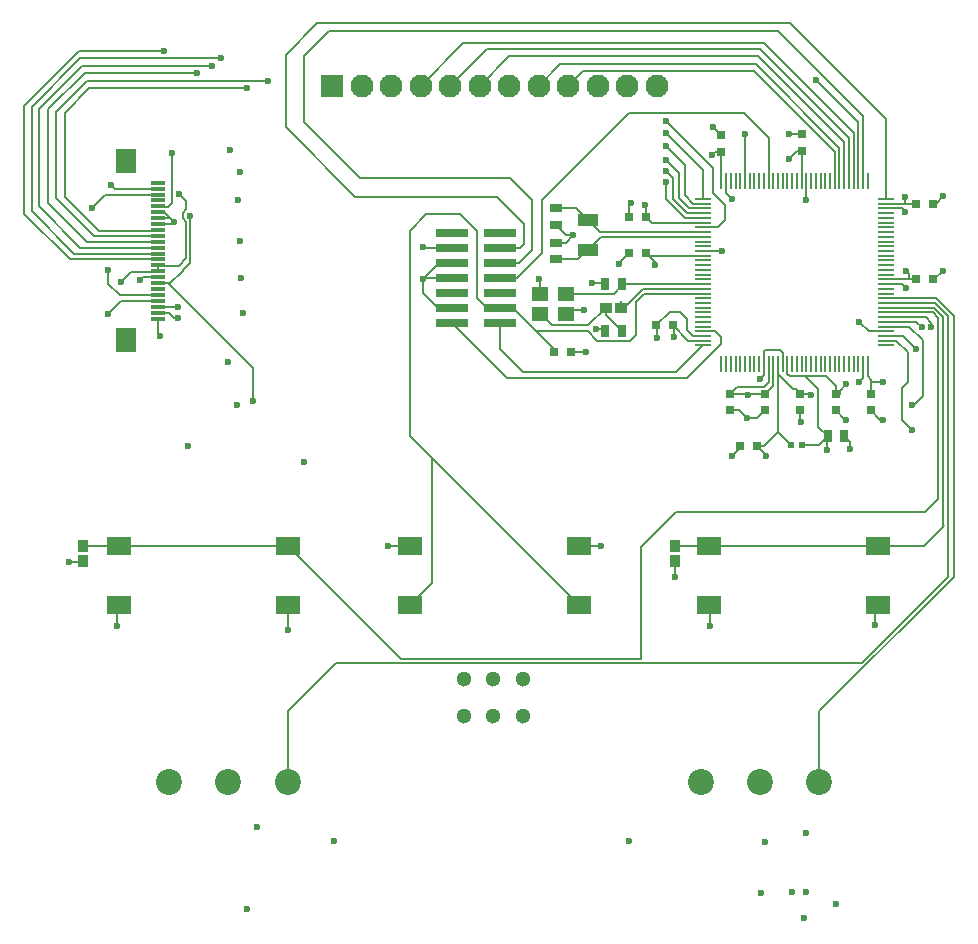
<source format=gbr>
%TF.GenerationSoftware,KiCad,Pcbnew,9.0.6*%
%TF.CreationDate,2025-12-08T21:47:25-05:00*%
%TF.ProjectId,electrical,656c6563-7472-4696-9361-6c2e6b696361,rev?*%
%TF.SameCoordinates,Original*%
%TF.FileFunction,Copper,L1,Top*%
%TF.FilePolarity,Positive*%
%FSLAX46Y46*%
G04 Gerber Fmt 4.6, Leading zero omitted, Abs format (unit mm)*
G04 Created by KiCad (PCBNEW 9.0.6) date 2025-12-08 21:47:25*
%MOMM*%
%LPD*%
G01*
G04 APERTURE LIST*
%TA.AperFunction,SMDPad,CuDef*%
%ADD10R,1.400000X1.200000*%
%TD*%
%TA.AperFunction,ComponentPad*%
%ADD11C,2.200000*%
%TD*%
%TA.AperFunction,SMDPad,CuDef*%
%ADD12R,0.700000X0.700000*%
%TD*%
%TA.AperFunction,SMDPad,CuDef*%
%ADD13R,2.000000X1.500000*%
%TD*%
%TA.AperFunction,SMDPad,CuDef*%
%ADD14R,0.780000X0.990000*%
%TD*%
%TA.AperFunction,SMDPad,CuDef*%
%ADD15R,1.300000X0.300000*%
%TD*%
%TA.AperFunction,SMDPad,CuDef*%
%ADD16R,1.800000X2.000000*%
%TD*%
%TA.AperFunction,SMDPad,CuDef*%
%ADD17R,1.100000X0.950000*%
%TD*%
%TA.AperFunction,SMDPad,CuDef*%
%ADD18R,1.475000X0.200000*%
%TD*%
%TA.AperFunction,SMDPad,CuDef*%
%ADD19R,0.200000X1.475000*%
%TD*%
%TA.AperFunction,SMDPad,CuDef*%
%ADD20R,0.950000X1.100000*%
%TD*%
%TA.AperFunction,SMDPad,CuDef*%
%ADD21R,1.800000X1.000000*%
%TD*%
%TA.AperFunction,SMDPad,CuDef*%
%ADD22R,2.790000X0.740000*%
%TD*%
%TA.AperFunction,SMDPad,CuDef*%
%ADD23R,0.990000X0.780000*%
%TD*%
%TA.AperFunction,SMDPad,CuDef*%
%ADD24R,0.550000X0.600000*%
%TD*%
%TA.AperFunction,ComponentPad*%
%ADD25C,1.300000*%
%TD*%
%TA.AperFunction,ComponentPad*%
%ADD26R,1.950000X1.950000*%
%TD*%
%TA.AperFunction,ComponentPad*%
%ADD27C,1.950000*%
%TD*%
%TA.AperFunction,ViaPad*%
%ADD28C,0.600000*%
%TD*%
%TA.AperFunction,Conductor*%
%ADD29C,0.200000*%
%TD*%
G04 APERTURE END LIST*
D10*
%TO.P,Y3,1,IO*%
%TO.N,/Processor/OSC_IN*%
X164715000Y-83630000D03*
%TO.P,Y3,2,GND*%
%TO.N,/Connectivity/GND*%
X162515000Y-83630000D03*
%TO.P,Y3,3,IO*%
%TO.N,Net-(C33-Pad2)*%
X162515000Y-85330000D03*
%TO.P,Y3,4,GND*%
%TO.N,/Connectivity/GND*%
X164715000Y-85330000D03*
%TD*%
D11*
%TO.P,RV1,1,1*%
%TO.N,/Controls/POT_1*%
X141100000Y-125000000D03*
%TO.P,RV1,2,2*%
%TO.N,/Connectivity/GND*%
X136100000Y-125000000D03*
%TO.P,RV1,3,3*%
%TO.N,/Connectivity/3V0*%
X131100000Y-125000000D03*
%TD*%
D12*
%TO.P,C6,1,1*%
%TO.N,/Connectivity/GND*%
X172330000Y-86330000D03*
%TO.P,C6,2,2*%
%TO.N,/Connectivity/3V0*%
X173730000Y-86330000D03*
%TD*%
%TO.P,C18,1,1*%
%TO.N,/Connectivity/GND*%
X190530000Y-93530000D03*
%TO.P,C18,2,2*%
%TO.N,/Connectivity/3V0*%
X190530000Y-92130000D03*
%TD*%
D13*
%TO.P,S4,A1,NO_1*%
%TO.N,/Processor/NRST*%
X165750000Y-110000000D03*
%TO.P,S4,B1,NO_2*%
X151450000Y-110000000D03*
%TO.P,S4,C1,COM_1*%
%TO.N,/Connectivity/GND*%
X165750000Y-105000000D03*
%TO.P,S4,D1,COM_2*%
X151450000Y-105000000D03*
%TD*%
%TO.P,S3,A1,NO_1*%
%TO.N,/Controls/BUTTON_2*%
X176800000Y-105000000D03*
%TO.P,S3,B1,NO_2*%
X191100000Y-105000000D03*
%TO.P,S3,C1,COM_1*%
%TO.N,/Connectivity/GND*%
X176800000Y-110000000D03*
%TO.P,S3,D1,COM_2*%
X191100000Y-110000000D03*
%TD*%
D12*
%TO.P,C20,1,1*%
%TO.N,/Connectivity/GND*%
X181530000Y-93530000D03*
%TO.P,C20,2,2*%
%TO.N,/Connectivity/3V0*%
X181530000Y-92130000D03*
%TD*%
%TO.P,C11,1,1*%
%TO.N,/Connectivity/GND*%
X178530000Y-93530000D03*
%TO.P,C11,2,2*%
%TO.N,/Connectivity/3V0*%
X178530000Y-92130000D03*
%TD*%
%TO.P,C17,1,1*%
%TO.N,/Connectivity/GND*%
X195730000Y-82430000D03*
%TO.P,C17,2,2*%
%TO.N,/Connectivity/3V0*%
X194330000Y-82430000D03*
%TD*%
%TO.P,C15,1,1*%
%TO.N,/Connectivity/GND*%
X177830000Y-70230000D03*
%TO.P,C15,2,2*%
%TO.N,/Connectivity/3V0*%
X177830000Y-71630000D03*
%TD*%
D14*
%TO.P,C32,1,1*%
%TO.N,/Connectivity/GND*%
X168015000Y-82830000D03*
%TO.P,C32,2,2*%
%TO.N,/Processor/OSC_IN*%
X169415000Y-82830000D03*
%TD*%
D11*
%TO.P,RV2,1,1*%
%TO.N,/Controls/POT_2*%
X186100000Y-125000000D03*
%TO.P,RV2,2,2*%
%TO.N,/Connectivity/GND*%
X181100000Y-125000000D03*
%TO.P,RV2,3,3*%
%TO.N,/Connectivity/3V0*%
X176100000Y-125000000D03*
%TD*%
D12*
%TO.P,C14,1,1*%
%TO.N,/Connectivity/GND*%
X184630000Y-70130000D03*
%TO.P,C14,2,2*%
%TO.N,/Connectivity/3V0*%
X184630000Y-71530000D03*
%TD*%
D15*
%TO.P,J2,1,1*%
%TO.N,unconnected-(J2-Pad1)*%
X130175000Y-74250000D03*
%TO.P,J2,2,2*%
%TO.N,/Display/GDR*%
X130175000Y-74750000D03*
%TO.P,J2,3,3*%
%TO.N,/Display/RESE*%
X130175000Y-75250000D03*
%TO.P,J2,4,4*%
%TO.N,unconnected-(J2-Pad4)*%
X130175000Y-75750000D03*
%TO.P,J2,5,5*%
%TO.N,/Display/VSH2*%
X130175000Y-76250000D03*
%TO.P,J2,6,6*%
%TO.N,/Connectivity/GND*%
X130175000Y-76750000D03*
%TO.P,J2,7,7*%
X130175000Y-77250000D03*
%TO.P,J2,8,8*%
X130175000Y-77750000D03*
%TO.P,J2,9,9*%
%TO.N,/Display/SCREEN_BUSY*%
X130175000Y-78250000D03*
%TO.P,J2,10,10*%
%TO.N,/Display/SCREEN_RST*%
X130175000Y-78750000D03*
%TO.P,J2,11,11*%
%TO.N,/Display/SCREEN_D_C*%
X130175000Y-79250000D03*
%TO.P,J2,12,12*%
%TO.N,/Display/SCREEN_CS*%
X130175000Y-79750000D03*
%TO.P,J2,13,13*%
%TO.N,/Display/SCREEN_SCL*%
X130175000Y-80250000D03*
%TO.P,J2,14,14*%
%TO.N,/Display/SCREEN_SDA*%
X130175000Y-80750000D03*
%TO.P,J2,15,15*%
%TO.N,/Connectivity/3V0*%
X130175000Y-81250000D03*
%TO.P,J2,16,16*%
X130175000Y-81750000D03*
%TO.P,J2,17,17*%
%TO.N,/Connectivity/GND*%
X130175000Y-82250000D03*
%TO.P,J2,18,18*%
%TO.N,/Display/1V8*%
X130175000Y-82750000D03*
%TO.P,J2,19,19*%
%TO.N,unconnected-(J2-Pad19)*%
X130175000Y-83250000D03*
%TO.P,J2,20,20*%
%TO.N,/Display/VSH1*%
X130175000Y-83750000D03*
%TO.P,J2,21,21*%
%TO.N,/Display/VGH*%
X130175000Y-84250000D03*
%TO.P,J2,22,22*%
%TO.N,/Display/VSL*%
X130175000Y-84750000D03*
%TO.P,J2,23,23*%
%TO.N,/Display/VGL*%
X130175000Y-85250000D03*
%TO.P,J2,24,24*%
%TO.N,/Display/VCOM*%
X130175000Y-85750000D03*
D16*
%TO.P,J2,MP1,MP1*%
%TO.N,unconnected-(J2-PadMP1)*%
X127425000Y-72450000D03*
%TO.P,J2,MP2,MP2*%
%TO.N,unconnected-(J2-PadMP2)*%
X127425000Y-87550000D03*
%TD*%
D12*
%TO.P,C13,1,1*%
%TO.N,/Connectivity/GND*%
X187530000Y-93530000D03*
%TO.P,C13,2,2*%
%TO.N,/Connectivity/3V0*%
X187530000Y-92130000D03*
%TD*%
D17*
%TO.P,R10,1,1*%
%TO.N,Net-(C33-Pad2)*%
X168065000Y-84830000D03*
%TO.P,R10,2,2*%
%TO.N,/Processor/OSC_OUT*%
X169365000Y-84830000D03*
%TD*%
D13*
%TO.P,S2,A1,NO_1*%
%TO.N,/Controls/BUTTON_1*%
X126800000Y-105000000D03*
%TO.P,S2,B1,NO_2*%
X141100000Y-105000000D03*
%TO.P,S2,C1,COM_1*%
%TO.N,/Connectivity/GND*%
X126800000Y-110000000D03*
%TO.P,S2,D1,COM_2*%
X141100000Y-110000000D03*
%TD*%
D18*
%TO.P,IC1,1,PE2*%
%TO.N,/Display/SCREEN_SCL*%
X176292000Y-75630000D03*
%TO.P,IC1,2,PE3*%
%TO.N,/Display/SCREEN_BUSY*%
X176292000Y-76030000D03*
%TO.P,IC1,3,PE4*%
%TO.N,/Display/SCREEN_CS*%
X176292000Y-76430000D03*
%TO.P,IC1,4,PE5*%
%TO.N,/Display/SCREEN_D_C*%
X176292000Y-76830000D03*
%TO.P,IC1,5,PE6*%
%TO.N,/Display/SCREEN_SDA*%
X176292000Y-77230000D03*
%TO.P,IC1,6,VBAT*%
%TO.N,/Connectivity/3V0*%
X176292000Y-77630000D03*
%TO.P,IC1,7,PC13*%
%TO.N,/Display/SCREEN_RST*%
X176292000Y-78030000D03*
%TO.P,IC1,8,PC14-OSC32_IN*%
%TO.N,/Processor/OSC32_IN*%
X176292000Y-78430000D03*
%TO.P,IC1,9,PC15-OSC32_OUT*%
%TO.N,/Processor/OSC32_OUT*%
X176292000Y-78830000D03*
%TO.P,IC1,10,PF3*%
%TO.N,unconnected-(IC1-PF3-Pad10)*%
X176292000Y-79230000D03*
%TO.P,IC1,11,PF4*%
%TO.N,unconnected-(IC1-PF4-Pad11)*%
X176292000Y-79630000D03*
%TO.P,IC1,12,VSS_1*%
%TO.N,/Connectivity/GND*%
X176292000Y-80030000D03*
%TO.P,IC1,13,VDD_1*%
%TO.N,/Connectivity/3V0*%
X176292000Y-80430000D03*
%TO.P,IC1,14,PF5*%
%TO.N,unconnected-(IC1-PF5-Pad14)*%
X176292000Y-80830000D03*
%TO.P,IC1,15,PF7*%
%TO.N,unconnected-(IC1-PF7-Pad15)*%
X176292000Y-81230000D03*
%TO.P,IC1,16,PF8*%
%TO.N,unconnected-(IC1-PF8-Pad16)*%
X176292000Y-81630000D03*
%TO.P,IC1,17,PF9*%
%TO.N,unconnected-(IC1-PF9-Pad17)*%
X176292000Y-82030000D03*
%TO.P,IC1,18,PF10*%
%TO.N,unconnected-(IC1-PF10-Pad18)*%
X176292000Y-82430000D03*
%TO.P,IC1,19,PF0-OSC_IN*%
%TO.N,/Processor/OSC_IN*%
X176292000Y-82830000D03*
%TO.P,IC1,20,PF1-OSC_OUT*%
%TO.N,/Processor/OSC_OUT*%
X176292000Y-83230000D03*
%TO.P,IC1,21,PG10-NRST*%
%TO.N,/Processor/NRST*%
X176292000Y-83630000D03*
%TO.P,IC1,22,PC0*%
%TO.N,unconnected-(IC1-PC0-Pad22)*%
X176292000Y-84030000D03*
%TO.P,IC1,23,PC1*%
%TO.N,unconnected-(IC1-PC1-Pad23)*%
X176292000Y-84430000D03*
%TO.P,IC1,24,PC2*%
%TO.N,unconnected-(IC1-PC2-Pad24)*%
X176292000Y-84830000D03*
%TO.P,IC1,25,PC3*%
%TO.N,unconnected-(IC1-PC3-Pad25)*%
X176292000Y-85230000D03*
%TO.P,IC1,26,PF2*%
%TO.N,unconnected-(IC1-PF2-Pad26)*%
X176292000Y-85630000D03*
%TO.P,IC1,27,PA0*%
%TO.N,unconnected-(IC1-PA0-Pad27)*%
X176292000Y-86030000D03*
%TO.P,IC1,28,PA1*%
%TO.N,unconnected-(IC1-PA1-Pad28)*%
X176292000Y-86430000D03*
%TO.P,IC1,29,PA2*%
%TO.N,/Processor/LPUART1_TX*%
X176292000Y-86830000D03*
%TO.P,IC1,30,VSS_2*%
%TO.N,/Connectivity/GND*%
X176292000Y-87230000D03*
%TO.P,IC1,31,VDD_2*%
%TO.N,/Connectivity/3V0*%
X176292000Y-87630000D03*
%TO.P,IC1,32,PA3*%
%TO.N,/Processor/LPUART1_RX*%
X176292000Y-88030000D03*
D19*
%TO.P,IC1,33,PA4*%
%TO.N,unconnected-(IC1-PA4-Pad33)*%
X177830000Y-89568000D03*
%TO.P,IC1,34,PA5*%
%TO.N,unconnected-(IC1-PA5-Pad34)*%
X178230000Y-89568000D03*
%TO.P,IC1,35,PA6*%
%TO.N,unconnected-(IC1-PA6-Pad35)*%
X178630000Y-89568000D03*
%TO.P,IC1,36,PA7*%
%TO.N,unconnected-(IC1-PA7-Pad36)*%
X179030000Y-89568000D03*
%TO.P,IC1,37,PC4*%
%TO.N,unconnected-(IC1-PC4-Pad37)*%
X179430000Y-89568000D03*
%TO.P,IC1,38,PC5*%
%TO.N,unconnected-(IC1-PC5-Pad38)*%
X179830000Y-89568000D03*
%TO.P,IC1,39,PB0*%
%TO.N,unconnected-(IC1-PB0-Pad39)*%
X180230000Y-89568000D03*
%TO.P,IC1,40,PB1*%
%TO.N,unconnected-(IC1-PB1-Pad40)*%
X180630000Y-89568000D03*
%TO.P,IC1,41,PB2*%
%TO.N,unconnected-(IC1-PB2-Pad41)*%
X181030000Y-89568000D03*
%TO.P,IC1,42,VSSA*%
%TO.N,/Connectivity/GND*%
X181430000Y-89568000D03*
%TO.P,IC1,43,VREF+_1*%
%TO.N,/Connectivity/3V0*%
X181830000Y-89568000D03*
%TO.P,IC1,44,VREF+_2*%
X182230000Y-89568000D03*
%TO.P,IC1,45,VDDA*%
X182630000Y-89568000D03*
%TO.P,IC1,46,VSS_3*%
%TO.N,/Connectivity/GND*%
X183030000Y-89568000D03*
%TO.P,IC1,47,VDD_3*%
%TO.N,/Connectivity/3V0*%
X183430000Y-89568000D03*
%TO.P,IC1,48,PF11*%
%TO.N,unconnected-(IC1-PF11-Pad48)*%
X183830000Y-89568000D03*
%TO.P,IC1,49,PF12*%
%TO.N,unconnected-(IC1-PF12-Pad49)*%
X184230000Y-89568000D03*
%TO.P,IC1,50,PF13*%
%TO.N,unconnected-(IC1-PF13-Pad50)*%
X184630000Y-89568000D03*
%TO.P,IC1,51,PF14*%
%TO.N,unconnected-(IC1-PF14-Pad51)*%
X185030000Y-89568000D03*
%TO.P,IC1,52,PF15*%
%TO.N,unconnected-(IC1-PF15-Pad52)*%
X185430000Y-89568000D03*
%TO.P,IC1,53,PE7*%
%TO.N,unconnected-(IC1-PE7-Pad53)*%
X185830000Y-89568000D03*
%TO.P,IC1,54,PE8*%
%TO.N,unconnected-(IC1-PE8-Pad54)*%
X186230000Y-89568000D03*
%TO.P,IC1,55,PE9*%
%TO.N,unconnected-(IC1-PE9-Pad55)*%
X186630000Y-89568000D03*
%TO.P,IC1,56,PE10*%
%TO.N,unconnected-(IC1-PE10-Pad56)*%
X187030000Y-89568000D03*
%TO.P,IC1,57,PE11*%
%TO.N,unconnected-(IC1-PE11-Pad57)*%
X187430000Y-89568000D03*
%TO.P,IC1,58,PE12*%
%TO.N,unconnected-(IC1-PE12-Pad58)*%
X187830000Y-89568000D03*
%TO.P,IC1,59,PE13*%
%TO.N,unconnected-(IC1-PE13-Pad59)*%
X188230000Y-89568000D03*
%TO.P,IC1,60,PE14*%
%TO.N,unconnected-(IC1-PE14-Pad60)*%
X188630000Y-89568000D03*
%TO.P,IC1,61,PE15*%
%TO.N,unconnected-(IC1-PE15-Pad61)*%
X189030000Y-89568000D03*
%TO.P,IC1,62,PB10*%
%TO.N,unconnected-(IC1-PB10-Pad62)*%
X189430000Y-89568000D03*
%TO.P,IC1,63,VSS_4*%
%TO.N,/Connectivity/GND*%
X189830000Y-89568000D03*
%TO.P,IC1,64,VDD_4*%
%TO.N,/Connectivity/3V0*%
X190230000Y-89568000D03*
D18*
%TO.P,IC1,65,PB11*%
%TO.N,unconnected-(IC1-PB11-Pad65)*%
X191768000Y-88030000D03*
%TO.P,IC1,66,PB12*%
%TO.N,/Controls/ADXL_CS*%
X191768000Y-87630000D03*
%TO.P,IC1,67,PB13*%
%TO.N,/Controls/ADXL_SCL*%
X191768000Y-87230000D03*
%TO.P,IC1,68,PB14*%
%TO.N,/Controls/ADXL_SDO*%
X191768000Y-86830000D03*
%TO.P,IC1,69,PB15*%
%TO.N,/Controls/ADXL_SDI*%
X191768000Y-86430000D03*
%TO.P,IC1,70,PD8*%
%TO.N,/Controls/ADXL_INT1*%
X191768000Y-86030000D03*
%TO.P,IC1,71,PD9*%
%TO.N,/Controls/ADXL_INT2*%
X191768000Y-85630000D03*
%TO.P,IC1,72,PD10*%
%TO.N,/Controls/BUTTON_1*%
X191768000Y-85230000D03*
%TO.P,IC1,73,PD11*%
%TO.N,/Controls/BUTTON_2*%
X191768000Y-84830000D03*
%TO.P,IC1,74,PD12*%
%TO.N,/Controls/POT_1*%
X191768000Y-84430000D03*
%TO.P,IC1,75,PD13*%
%TO.N,/Controls/POT_2*%
X191768000Y-84030000D03*
%TO.P,IC1,76,PD14*%
%TO.N,unconnected-(IC1-PD14-Pad76)*%
X191768000Y-83630000D03*
%TO.P,IC1,77,PD15*%
%TO.N,unconnected-(IC1-PD15-Pad77)*%
X191768000Y-83230000D03*
%TO.P,IC1,78,VSS_5*%
%TO.N,/Connectivity/GND*%
X191768000Y-82830000D03*
%TO.P,IC1,79,VDD_5*%
%TO.N,/Connectivity/3V0*%
X191768000Y-82430000D03*
%TO.P,IC1,80,PC6*%
%TO.N,unconnected-(IC1-PC6-Pad80)*%
X191768000Y-82030000D03*
%TO.P,IC1,81,PC7*%
%TO.N,unconnected-(IC1-PC7-Pad81)*%
X191768000Y-81630000D03*
%TO.P,IC1,82,PG0*%
%TO.N,unconnected-(IC1-PG0-Pad82)*%
X191768000Y-81230000D03*
%TO.P,IC1,83,PG1*%
%TO.N,unconnected-(IC1-PG1-Pad83)*%
X191768000Y-80830000D03*
%TO.P,IC1,84,PG2*%
%TO.N,unconnected-(IC1-PG2-Pad84)*%
X191768000Y-80430000D03*
%TO.P,IC1,85,PG3*%
%TO.N,unconnected-(IC1-PG3-Pad85)*%
X191768000Y-80030000D03*
%TO.P,IC1,86,PG4*%
%TO.N,unconnected-(IC1-PG4-Pad86)*%
X191768000Y-79630000D03*
%TO.P,IC1,87,PC8*%
%TO.N,unconnected-(IC1-PC8-Pad87)*%
X191768000Y-79230000D03*
%TO.P,IC1,88,PC9*%
%TO.N,unconnected-(IC1-PC9-Pad88)*%
X191768000Y-78830000D03*
%TO.P,IC1,89,PA8*%
%TO.N,unconnected-(IC1-PA8-Pad89)*%
X191768000Y-78430000D03*
%TO.P,IC1,90,PA9*%
%TO.N,unconnected-(IC1-PA9-Pad90)*%
X191768000Y-78030000D03*
%TO.P,IC1,91,PA10*%
%TO.N,unconnected-(IC1-PA10-Pad91)*%
X191768000Y-77630000D03*
%TO.P,IC1,92,PA11*%
%TO.N,unconnected-(IC1-PA11-Pad92)*%
X191768000Y-77230000D03*
%TO.P,IC1,93,PA12*%
%TO.N,unconnected-(IC1-PA12-Pad93)*%
X191768000Y-76830000D03*
%TO.P,IC1,94,VSS_6*%
%TO.N,/Connectivity/GND*%
X191768000Y-76430000D03*
%TO.P,IC1,95,VDD_6*%
%TO.N,/Connectivity/3V0*%
X191768000Y-76030000D03*
%TO.P,IC1,96,PA13*%
%TO.N,/Processor/SWDIO*%
X191768000Y-75630000D03*
D19*
%TO.P,IC1,97,PF6*%
%TO.N,unconnected-(IC1-PF6-Pad97)*%
X190230000Y-74092000D03*
%TO.P,IC1,98,PA14*%
%TO.N,/Processor/SWCLK*%
X189830000Y-74092000D03*
%TO.P,IC1,99,PA15*%
%TO.N,/Connectivity/WIFI_CS*%
X189430000Y-74092000D03*
%TO.P,IC1,100,PC10*%
%TO.N,/Connectivity/WIFI_SCK*%
X189030000Y-74092000D03*
%TO.P,IC1,101,PC11*%
%TO.N,/Connectivity/WIFI_MISO*%
X188630000Y-74092000D03*
%TO.P,IC1,102,PC12*%
%TO.N,/Connectivity/WIFI_MOSI*%
X188230000Y-74092000D03*
%TO.P,IC1,103,PG5*%
%TO.N,/Connectivity/WIFI_BUSY*%
X187830000Y-74092000D03*
%TO.P,IC1,104,PG6*%
%TO.N,/Connectivity/WIFI_RESET*%
X187430000Y-74092000D03*
%TO.P,IC1,105,PG7*%
%TO.N,unconnected-(IC1-PG7-Pad105)*%
X187030000Y-74092000D03*
%TO.P,IC1,106,PG8*%
%TO.N,unconnected-(IC1-PG8-Pad106)*%
X186630000Y-74092000D03*
%TO.P,IC1,107,PG9*%
%TO.N,unconnected-(IC1-PG9-Pad107)*%
X186230000Y-74092000D03*
%TO.P,IC1,108,PD0*%
%TO.N,unconnected-(IC1-PD0-Pad108)*%
X185830000Y-74092000D03*
%TO.P,IC1,109,PD1*%
%TO.N,unconnected-(IC1-PD1-Pad109)*%
X185430000Y-74092000D03*
%TO.P,IC1,110,VSS_7*%
%TO.N,/Connectivity/GND*%
X185030000Y-74092000D03*
%TO.P,IC1,111,VDD_7*%
%TO.N,/Connectivity/3V0*%
X184630000Y-74092000D03*
%TO.P,IC1,112,PD2*%
%TO.N,unconnected-(IC1-PD2-Pad112)*%
X184230000Y-74092000D03*
%TO.P,IC1,113,PD3*%
%TO.N,unconnected-(IC1-PD3-Pad113)*%
X183830000Y-74092000D03*
%TO.P,IC1,114,PD4*%
%TO.N,unconnected-(IC1-PD4-Pad114)*%
X183430000Y-74092000D03*
%TO.P,IC1,115,PD5*%
%TO.N,unconnected-(IC1-PD5-Pad115)*%
X183030000Y-74092000D03*
%TO.P,IC1,116,PD6*%
%TO.N,unconnected-(IC1-PD6-Pad116)*%
X182630000Y-74092000D03*
%TO.P,IC1,117,PD7*%
%TO.N,unconnected-(IC1-PD7-Pad117)*%
X182230000Y-74092000D03*
%TO.P,IC1,118,PB3*%
%TO.N,/Processor/SWO*%
X181830000Y-74092000D03*
%TO.P,IC1,119,PB4*%
%TO.N,unconnected-(IC1-PB4-Pad119)*%
X181430000Y-74092000D03*
%TO.P,IC1,120,PB5*%
%TO.N,unconnected-(IC1-PB5-Pad120)*%
X181030000Y-74092000D03*
%TO.P,IC1,121,PB6*%
%TO.N,unconnected-(IC1-PB6-Pad121)*%
X180630000Y-74092000D03*
%TO.P,IC1,122,PB7*%
%TO.N,unconnected-(IC1-PB7-Pad122)*%
X180230000Y-74092000D03*
%TO.P,IC1,123,PB8-BOOT0*%
%TO.N,/Processor/BOOT0*%
X179830000Y-74092000D03*
%TO.P,IC1,124,PB9*%
%TO.N,unconnected-(IC1-PB9-Pad124)*%
X179430000Y-74092000D03*
%TO.P,IC1,125,PE0*%
%TO.N,unconnected-(IC1-PE0-Pad125)*%
X179030000Y-74092000D03*
%TO.P,IC1,126,PE1*%
%TO.N,unconnected-(IC1-PE1-Pad126)*%
X178630000Y-74092000D03*
%TO.P,IC1,127,VSS_8*%
%TO.N,/Connectivity/GND*%
X178230000Y-74092000D03*
%TO.P,IC1,128,VDD_8*%
%TO.N,/Connectivity/3V0*%
X177830000Y-74092000D03*
%TD*%
D12*
%TO.P,C5,1,1*%
%TO.N,/Processor/NRST*%
X163676250Y-88607000D03*
%TO.P,C5,2,2*%
%TO.N,/Connectivity/GND*%
X165076250Y-88607000D03*
%TD*%
%TO.P,C2,1,1*%
%TO.N,/Connectivity/GND*%
X170030000Y-80230000D03*
%TO.P,C2,2,2*%
%TO.N,/Connectivity/3V0*%
X171430000Y-80230000D03*
%TD*%
D20*
%TO.P,R5,1,1*%
%TO.N,/Connectivity/3V0*%
X123800000Y-106300000D03*
%TO.P,R5,2,2*%
%TO.N,/Controls/BUTTON_1*%
X123800000Y-105000000D03*
%TD*%
D12*
%TO.P,C16,1,1*%
%TO.N,/Connectivity/GND*%
X179430000Y-96530000D03*
%TO.P,C16,2,2*%
%TO.N,/Connectivity/3V0*%
X180830000Y-96530000D03*
%TD*%
%TO.P,C12,1,1*%
%TO.N,/Connectivity/GND*%
X184530000Y-93530000D03*
%TO.P,C12,2,2*%
%TO.N,/Connectivity/3V0*%
X184530000Y-92130000D03*
%TD*%
D14*
%TO.P,C4,1,1*%
%TO.N,/Connectivity/3V0*%
X186830000Y-95730000D03*
%TO.P,C4,2,2*%
%TO.N,/Connectivity/GND*%
X188230000Y-95730000D03*
%TD*%
D21*
%TO.P,Y1,1,1*%
%TO.N,/Processor/OSC32_OUT*%
X166530000Y-79930000D03*
%TO.P,Y1,2,2*%
%TO.N,/Processor/OSC32_IN*%
X166530000Y-77430000D03*
%TD*%
D22*
%TO.P,J1,01,01*%
%TO.N,unconnected-(J1-Pad01)*%
X155030000Y-78520000D03*
%TO.P,J1,02,02*%
%TO.N,unconnected-(J1-Pad02)*%
X159100000Y-78520000D03*
%TO.P,J1,03,03*%
%TO.N,/Connectivity/3V0*%
X155030000Y-79790000D03*
%TO.P,J1,04,04*%
%TO.N,/Processor/SWDIO*%
X159100000Y-79790000D03*
%TO.P,J1,05,05*%
%TO.N,/Connectivity/GND*%
X155030000Y-81060000D03*
%TO.P,J1,06,06*%
%TO.N,/Processor/SWCLK*%
X159100000Y-81060000D03*
%TO.P,J1,07,07*%
%TO.N,/Connectivity/GND*%
X155030000Y-82330000D03*
%TO.P,J1,08,08*%
%TO.N,/Processor/SWO*%
X159100000Y-82330000D03*
%TO.P,J1,09,09*%
%TO.N,unconnected-(J1-Pad09)*%
X155030000Y-83600000D03*
%TO.P,J1,10,10*%
%TO.N,unconnected-(J1-Pad10)*%
X159100000Y-83600000D03*
%TO.P,J1,11,11*%
%TO.N,/Connectivity/GND*%
X155030000Y-84870000D03*
%TO.P,J1,12,12*%
%TO.N,/Processor/NRST*%
X159100000Y-84870000D03*
%TO.P,J1,13,13*%
%TO.N,/Processor/LPUART1_TX*%
X155030000Y-86140000D03*
%TO.P,J1,14,14*%
%TO.N,/Processor/LPUART1_RX*%
X159100000Y-86140000D03*
%TD*%
D23*
%TO.P,C22,1,1*%
%TO.N,/Connectivity/GND*%
X163830000Y-79330000D03*
%TO.P,C22,2,2*%
%TO.N,/Processor/OSC32_OUT*%
X163830000Y-80730000D03*
%TD*%
D24*
%TO.P,FB1,1,1*%
%TO.N,/Connectivity/3V0*%
X183730000Y-96430000D03*
%TO.P,FB1,2,2*%
X184680000Y-96430000D03*
%TD*%
D20*
%TO.P,R2,1,1*%
%TO.N,/Connectivity/3V0*%
X173900000Y-106300000D03*
%TO.P,R2,2,2*%
%TO.N,/Controls/BUTTON_2*%
X173900000Y-105000000D03*
%TD*%
D12*
%TO.P,C10,1,1*%
%TO.N,/Connectivity/GND*%
X195730000Y-76030000D03*
%TO.P,C10,2,2*%
%TO.N,/Connectivity/3V0*%
X194330000Y-76030000D03*
%TD*%
D23*
%TO.P,C9,1,1*%
%TO.N,/Connectivity/GND*%
X163830000Y-77830000D03*
%TO.P,C9,2,2*%
%TO.N,/Processor/OSC32_IN*%
X163830000Y-76430000D03*
%TD*%
D12*
%TO.P,C21,1,1*%
%TO.N,/Connectivity/GND*%
X170030000Y-77130000D03*
%TO.P,C21,2,2*%
%TO.N,/Connectivity/3V0*%
X171430000Y-77130000D03*
%TD*%
D14*
%TO.P,C33,1,1*%
%TO.N,/Connectivity/GND*%
X168015000Y-86830000D03*
%TO.P,C33,2,2*%
%TO.N,Net-(C33-Pad2)*%
X169415000Y-86830000D03*
%TD*%
D25*
%TO.P,S1,A1,NC_1*%
%TO.N,unconnected-(S1-NC_1-PadA1)*%
X161030000Y-119430000D03*
%TO.P,S1,A2,COM_1*%
%TO.N,Net-(S1-COM_1)*%
X158530000Y-119430000D03*
%TO.P,S1,A3,NO_1*%
%TO.N,/Connectivity/3V0*%
X156030000Y-119430000D03*
%TO.P,S1,B1,NC_2*%
%TO.N,unconnected-(S1-NC_2-PadB1)*%
X161030000Y-116230000D03*
%TO.P,S1,B2,COM_2*%
%TO.N,Net-(S1-COM_1)*%
X158530000Y-116230000D03*
%TO.P,S1,B3,NO_2*%
%TO.N,/Connectivity/GND*%
X156030000Y-116230000D03*
%TD*%
D26*
%TO.P,U1,1,VIN*%
%TO.N,/Connectivity/3V0*%
X144870000Y-66030000D03*
D27*
%TO.P,U1,2,3V0_OUT*%
%TO.N,unconnected-(U1-3V0_OUT-Pad2)*%
X147370000Y-66030000D03*
%TO.P,U1,3,VSS*%
%TO.N,/Connectivity/GND*%
X149870000Y-66030000D03*
%TO.P,U1,4,SCK*%
%TO.N,/Connectivity/WIFI_SCK*%
X152370000Y-66030000D03*
%TO.P,U1,5,MISO*%
%TO.N,/Connectivity/WIFI_MISO*%
X154870000Y-66030000D03*
%TO.P,U1,6,MOSI*%
%TO.N,/Connectivity/WIFI_MOSI*%
X157370000Y-66030000D03*
%TO.P,U1,7,CS*%
%TO.N,/Connectivity/WIFI_CS*%
X159870000Y-66030000D03*
%TO.P,U1,8,BUSY*%
%TO.N,/Connectivity/WIFI_BUSY*%
X162370000Y-66030000D03*
%TO.P,U1,9,RESET*%
%TO.N,/Connectivity/WIFI_RESET*%
X164870000Y-66030000D03*
%TO.P,U1,10,GPIO_0*%
%TO.N,unconnected-(U1-GPIO_0-Pad10)*%
X167370000Y-66030000D03*
%TO.P,U1,11,UART_RX*%
%TO.N,unconnected-(U1-UART_RX-Pad11)*%
X169870000Y-66030000D03*
%TO.P,U1,12,UART_TX*%
%TO.N,unconnected-(U1-UART_TX-Pad12)*%
X172370000Y-66030000D03*
%TD*%
D28*
%TO.N,/Display/SCREEN_CS*%
X173130000Y-72330000D03*
X134730000Y-64330000D03*
%TO.N,/Display/SCREEN_D_C*%
X173130000Y-73230000D03*
X133430000Y-64930000D03*
%TO.N,/Display/SCREEN_RST*%
X173130000Y-69030000D03*
X139430000Y-65630000D03*
%TO.N,/Display/SCREEN_BUSY*%
X137630000Y-66230000D03*
X173130000Y-71130000D03*
%TO.N,/Display/1V8*%
X138180000Y-92730000D03*
X132830000Y-77030000D03*
%TO.N,/Display/VSH1*%
X125930000Y-81630000D03*
%TO.N,/Display/VSL*%
X131830000Y-84730000D03*
%TO.N,/Display/VCOM*%
X130330000Y-87230000D03*
%TO.N,/Display/VSH2*%
X131330000Y-71730000D03*
%TO.N,/Display/VGH*%
X125930000Y-85330000D03*
%TO.N,/Display/VGL*%
X131830000Y-85730000D03*
%TO.N,/Display/SCREEN_SCL*%
X135430000Y-63730000D03*
X173130000Y-70030000D03*
%TO.N,/Processor/BOOT0*%
X179830000Y-70130000D03*
%TO.N,/Connectivity/GND*%
X180000000Y-94200000D03*
X185000000Y-75700000D03*
X131500000Y-77600000D03*
X137100000Y-73300000D03*
X184800000Y-136500000D03*
X176900000Y-111800000D03*
X167600000Y-105000000D03*
X137300000Y-85300000D03*
X142500000Y-97900000D03*
X165300000Y-78700000D03*
X178700000Y-97400000D03*
X166900000Y-82700000D03*
X193500000Y-83200000D03*
X162400000Y-82400000D03*
X169200000Y-81100000D03*
X191500000Y-94300000D03*
X126700000Y-111800000D03*
X177900000Y-80000000D03*
X188700000Y-96800000D03*
X170000000Y-130000000D03*
X170200000Y-76000000D03*
X152600000Y-82400000D03*
X178700000Y-75600000D03*
X167200000Y-86600000D03*
X188400000Y-94300000D03*
X196600000Y-81700000D03*
X136100000Y-89400000D03*
X137700000Y-135700000D03*
X136800000Y-93100000D03*
X137200000Y-82300000D03*
X189500000Y-91100000D03*
X196600000Y-75400000D03*
X172400000Y-87400000D03*
X136900000Y-75700000D03*
X184600000Y-94500000D03*
X181100000Y-90900000D03*
X132700000Y-96500000D03*
X193400000Y-76700000D03*
X166400000Y-88600000D03*
X177100000Y-69500000D03*
X138500000Y-128800000D03*
X141100000Y-112100000D03*
X136200000Y-71500000D03*
X190800000Y-111700000D03*
X166200000Y-85000000D03*
X183600000Y-70100000D03*
X183800000Y-134300000D03*
X149600000Y-105000000D03*
X128600000Y-82500000D03*
X137100000Y-79200000D03*
%TO.N,/Controls/ADXL_SDO*%
X189500000Y-86000000D03*
%TO.N,/Controls/ADXL_CS*%
X193950000Y-95150000D03*
%TO.N,/Controls/ADXL_INT2*%
X195600000Y-86500000D03*
%TO.N,/Controls/ADXL_SDI*%
X194000000Y-93050000D03*
%TO.N,/Controls/ADXL_SCL*%
X194300000Y-88300000D03*
%TO.N,/Controls/ADXL_INT1*%
X194800000Y-86500000D03*
%TO.N,/Connectivity/3V0*%
X180100000Y-92200000D03*
X171400000Y-76100000D03*
X186800000Y-96900000D03*
X122600000Y-106400000D03*
X188400000Y-91300000D03*
X193400000Y-75500000D03*
X131930000Y-75230000D03*
X173800000Y-87300000D03*
X152600000Y-79700000D03*
X193500000Y-81700000D03*
X185400000Y-92200000D03*
X172200000Y-81200000D03*
X173900000Y-107600000D03*
X183600000Y-72200000D03*
X181600000Y-97400000D03*
X185000000Y-134300000D03*
X177000000Y-71900000D03*
X181500000Y-130100000D03*
X187500000Y-135300000D03*
X191500000Y-91100000D03*
X181200000Y-134400000D03*
X145000000Y-130000000D03*
X127030000Y-82630000D03*
X185000000Y-129300000D03*
%TO.N,/Display/SCREEN_SDA*%
X130630000Y-63130000D03*
X173130000Y-74230000D03*
%TO.N,/Display/GDR*%
X126130000Y-74430000D03*
%TO.N,/Display/RESE*%
X124530000Y-76430000D03*
%TO.N,/Connectivity/WIFI_CS*%
X185830000Y-65530000D03*
%TD*%
D29*
%TO.N,/Display/SCREEN_CS*%
X174230000Y-75530000D02*
X175130000Y-76430000D01*
X123550000Y-79750000D02*
X120030000Y-76230000D01*
X173130000Y-72330000D02*
X174230000Y-73430000D01*
X120030000Y-68030000D02*
X123730000Y-64330000D01*
X174230000Y-73430000D02*
X174230000Y-75530000D01*
X175130000Y-76430000D02*
X176292000Y-76430000D01*
X130175000Y-79750000D02*
X123550000Y-79750000D01*
X123730000Y-64330000D02*
X134730000Y-64330000D01*
X120030000Y-76230000D02*
X120030000Y-68030000D01*
%TO.N,/Display/SCREEN_D_C*%
X130175000Y-79250000D02*
X124150000Y-79250000D01*
X123930000Y-64930000D02*
X133430000Y-64930000D01*
X173130000Y-73230000D02*
X173730000Y-73830000D01*
X120830000Y-75930000D02*
X120830000Y-68030000D01*
X174930000Y-76830000D02*
X176292000Y-76830000D01*
X120830000Y-68030000D02*
X123930000Y-64930000D01*
X173730000Y-75630000D02*
X174930000Y-76830000D01*
X124150000Y-79250000D02*
X120830000Y-75930000D01*
X173730000Y-73830000D02*
X173730000Y-75630000D01*
%TO.N,/Processor/NRST*%
X170565000Y-84330000D02*
X170565000Y-87167000D01*
X163676250Y-88607000D02*
X163676250Y-88330000D01*
X162176250Y-86830000D02*
X162113000Y-86830000D01*
X153334000Y-108116000D02*
X153334000Y-97584000D01*
X157130000Y-78330000D02*
X155730000Y-76930000D01*
X159100000Y-84870000D02*
X158003000Y-84870000D01*
X158003000Y-84870000D02*
X157130000Y-83997000D01*
X155730000Y-76930000D02*
X152830000Y-76930000D01*
X170565000Y-87167000D02*
X170106000Y-87626000D01*
X160153000Y-84870000D02*
X159100000Y-84870000D01*
X151450000Y-110000000D02*
X153334000Y-108116000D01*
X166528000Y-86830000D02*
X162176250Y-86830000D01*
X162113000Y-86830000D02*
X160153000Y-84870000D01*
X152830000Y-76930000D02*
X151430000Y-78330000D01*
X167324000Y-87626000D02*
X166528000Y-86830000D01*
X151430000Y-78330000D02*
X151430000Y-95680000D01*
X151430000Y-95680000D02*
X153334000Y-97584000D01*
X153334000Y-97584000D02*
X165750000Y-110000000D01*
X163676250Y-88330000D02*
X162176250Y-86830000D01*
X171265000Y-83630000D02*
X176292000Y-83630000D01*
X157130000Y-83997000D02*
X157130000Y-78330000D01*
X171265000Y-83630000D02*
X170565000Y-84330000D01*
X170106000Y-87626000D02*
X167324000Y-87626000D01*
%TO.N,/Display/SCREEN_RST*%
X177530000Y-78030000D02*
X176292000Y-78030000D01*
X177130000Y-75130000D02*
X178130000Y-76130000D01*
X124130000Y-65630000D02*
X121530000Y-68230000D01*
X177130000Y-73030000D02*
X177130000Y-75130000D01*
X124750000Y-78750000D02*
X130175000Y-78750000D01*
X178130000Y-77430000D02*
X177530000Y-78030000D01*
X173130000Y-69030000D02*
X177130000Y-73030000D01*
X121530000Y-68230000D02*
X121530000Y-75530000D01*
X139430000Y-65630000D02*
X124130000Y-65630000D01*
X178130000Y-76130000D02*
X178130000Y-77430000D01*
X121530000Y-75530000D02*
X124750000Y-78750000D01*
%TO.N,/Display/SCREEN_BUSY*%
X137630000Y-66230000D02*
X124330000Y-66230000D01*
X125099000Y-78299000D02*
X130126000Y-78299000D01*
X174730000Y-72730000D02*
X174730000Y-75330000D01*
X174730000Y-75330000D02*
X175430000Y-76030000D01*
X175430000Y-76030000D02*
X176292000Y-76030000D01*
X173130000Y-71130000D02*
X174730000Y-72730000D01*
X122230000Y-68330000D02*
X122230000Y-75430000D01*
X122230000Y-75430000D02*
X125099000Y-78299000D01*
X130126000Y-78299000D02*
X130175000Y-78250000D01*
X124330000Y-66230000D02*
X122230000Y-68330000D01*
%TO.N,/Processor/OSC32_IN*%
X165530000Y-76430000D02*
X166530000Y-77430000D01*
X167530000Y-78430000D02*
X166530000Y-77430000D01*
X163830000Y-76430000D02*
X165530000Y-76430000D01*
X176292000Y-78430000D02*
X167530000Y-78430000D01*
%TO.N,/Processor/OSC32_OUT*%
X163830000Y-80730000D02*
X165730000Y-80730000D01*
X167630000Y-78830000D02*
X166530000Y-79930000D01*
X165730000Y-80730000D02*
X166530000Y-79930000D01*
X176292000Y-78830000D02*
X167630000Y-78830000D01*
%TO.N,/Display/1V8*%
X132230000Y-81630000D02*
X132230000Y-81730000D01*
X131007000Y-82780000D02*
X131093500Y-82866500D01*
X130105000Y-82780000D02*
X131007000Y-82780000D01*
X132830000Y-81030000D02*
X132230000Y-81630000D01*
X131093500Y-82866500D02*
X138180000Y-89953000D01*
X132830000Y-77030000D02*
X132830000Y-81030000D01*
X132230000Y-81730000D02*
X131093500Y-82866500D01*
X138180000Y-89953000D02*
X138180000Y-92730000D01*
%TO.N,/Display/VSH1*%
X126880000Y-83780000D02*
X125930000Y-82830000D01*
X130105000Y-83780000D02*
X126880000Y-83780000D01*
X125930000Y-82830000D02*
X125930000Y-81630000D01*
%TO.N,/Display/VSL*%
X131830000Y-84730000D02*
X130195000Y-84730000D01*
X130195000Y-84730000D02*
X130175000Y-84750000D01*
%TO.N,/Display/VCOM*%
X130105000Y-87005000D02*
X130330000Y-87230000D01*
X130105000Y-85780000D02*
X130105000Y-87005000D01*
%TO.N,/Display/VSH2*%
X130105000Y-76280000D02*
X131007000Y-76280000D01*
X131007000Y-76280000D02*
X131330000Y-75957000D01*
X131330000Y-75957000D02*
X131330000Y-71730000D01*
%TO.N,/Display/VGH*%
X126980000Y-84280000D02*
X125930000Y-85330000D01*
X130105000Y-84280000D02*
X126980000Y-84280000D01*
%TO.N,/Display/VGL*%
X131830000Y-85730000D02*
X131803000Y-85703000D01*
X131530000Y-85703000D02*
X131077000Y-85250000D01*
X131803000Y-85703000D02*
X131530000Y-85703000D01*
X131077000Y-85250000D02*
X130175000Y-85250000D01*
%TO.N,/Processor/OSC_IN*%
X169415000Y-82830000D02*
X169415000Y-82935000D01*
X176292000Y-82830000D02*
X169415000Y-82830000D01*
X169415000Y-82935000D02*
X168720000Y-83630000D01*
X168720000Y-83630000D02*
X164715000Y-83630000D01*
%TO.N,Net-(C33-Pad2)*%
X163515000Y-86330000D02*
X166565000Y-86330000D01*
X168065000Y-85480000D02*
X169415000Y-86830000D01*
X162515000Y-85330000D02*
X163515000Y-86330000D01*
X166565000Y-86330000D02*
X168065000Y-84830000D01*
X168065000Y-84830000D02*
X168065000Y-85480000D01*
%TO.N,/Display/SCREEN_SCL*%
X123530000Y-63730000D02*
X135430000Y-63730000D01*
X173130000Y-70030000D02*
X176292000Y-73192000D01*
X119430000Y-76630000D02*
X119430000Y-67830000D01*
X119430000Y-67830000D02*
X123530000Y-63730000D01*
X123050000Y-80250000D02*
X119430000Y-76630000D01*
X176292000Y-73192000D02*
X176292000Y-75630000D01*
X130175000Y-80250000D02*
X123050000Y-80250000D01*
%TO.N,/Processor/SWDIO*%
X146830000Y-75430000D02*
X158830000Y-75430000D01*
X191768000Y-75630000D02*
X191768000Y-68868000D01*
X158830000Y-75430000D02*
X161130000Y-77730000D01*
X140930000Y-69530000D02*
X146830000Y-75430000D01*
X161130000Y-79430000D02*
X160770000Y-79790000D01*
X143630000Y-60730000D02*
X140930000Y-63430000D01*
X183630000Y-60730000D02*
X143630000Y-60730000D01*
X160770000Y-79790000D02*
X159100000Y-79790000D01*
X161130000Y-77730000D02*
X161130000Y-79430000D01*
X140930000Y-63430000D02*
X140930000Y-69530000D01*
X191768000Y-68868000D02*
X183630000Y-60730000D01*
%TO.N,/Processor/SWCLK*%
X142530000Y-69130000D02*
X147230000Y-73830000D01*
X144630000Y-61430000D02*
X142530000Y-63530000D01*
X161830000Y-79930000D02*
X160700000Y-81060000D01*
X160700000Y-81060000D02*
X159100000Y-81060000D01*
X159930000Y-73830000D02*
X161830000Y-75730000D01*
X189830000Y-68630000D02*
X182630000Y-61430000D01*
X142530000Y-63530000D02*
X142530000Y-69130000D01*
X189830000Y-74092000D02*
X189830000Y-68630000D01*
X147230000Y-73830000D02*
X159930000Y-73830000D01*
X182630000Y-61430000D02*
X144630000Y-61430000D01*
X161830000Y-75730000D02*
X161830000Y-79930000D01*
%TO.N,/Processor/BOOT0*%
X179830000Y-70130000D02*
X179830000Y-74092000D01*
%TO.N,/Processor/LPUART1_RX*%
X176292000Y-88030000D02*
X174015000Y-90307000D01*
X161076250Y-90307000D02*
X159100000Y-88330750D01*
X174015000Y-90307000D02*
X161076250Y-90307000D01*
X159100000Y-88330750D02*
X159100000Y-86140000D01*
%TO.N,/Processor/OSC_OUT*%
X171165000Y-83230000D02*
X169565000Y-84830000D01*
X169365000Y-84830000D02*
X169365000Y-84303500D01*
X176292000Y-83230000D02*
X171165000Y-83230000D01*
X169565000Y-84830000D02*
X169365000Y-84830000D01*
%TO.N,/Processor/LPUART1_TX*%
X177830000Y-87330000D02*
X177830000Y-87931500D01*
X177830000Y-87931500D02*
X174954500Y-90807000D01*
X174954500Y-90807000D02*
X159697000Y-90807000D01*
X159697000Y-90807000D02*
X155030000Y-86140000D01*
X177330000Y-86830000D02*
X177830000Y-87330000D01*
X176292000Y-86830000D02*
X177330000Y-86830000D01*
%TO.N,/Processor/SWO*%
X160530000Y-82330000D02*
X159100000Y-82330000D01*
X181830000Y-74092000D02*
X181830000Y-70430000D01*
X170030000Y-68330000D02*
X162630000Y-75730000D01*
X162630000Y-75730000D02*
X162630000Y-80230000D01*
X162630000Y-80230000D02*
X160530000Y-82330000D01*
X179730000Y-68330000D02*
X170030000Y-68330000D01*
X181830000Y-70430000D02*
X179730000Y-68330000D01*
%TO.N,/Connectivity/GND*%
X130175000Y-76750000D02*
X130650000Y-76750000D01*
X167200000Y-86600000D02*
X167785000Y-86600000D01*
X170030000Y-77130000D02*
X170030000Y-76170000D01*
X180000000Y-94200000D02*
X180860000Y-94200000D01*
X189830000Y-90770000D02*
X189830000Y-89568000D01*
X176900000Y-110100000D02*
X176800000Y-110000000D01*
X155030000Y-84870000D02*
X153870000Y-84870000D01*
X126700000Y-110100000D02*
X126800000Y-110000000D01*
X195870000Y-82430000D02*
X196600000Y-81700000D01*
X178530000Y-93530000D02*
X179330000Y-93530000D01*
X188700000Y-96800000D02*
X188700000Y-96200000D01*
X181430000Y-90570000D02*
X181430000Y-89568000D01*
X153870000Y-84870000D02*
X152600000Y-83600000D01*
X162515000Y-82515000D02*
X162400000Y-82400000D01*
X190800000Y-110300000D02*
X191100000Y-110000000D01*
X178230000Y-75130000D02*
X178700000Y-75600000D01*
X152600000Y-83600000D02*
X152600000Y-82400000D01*
X165045000Y-85000000D02*
X164715000Y-85330000D01*
X165300000Y-78700000D02*
X164700000Y-78700000D01*
X191300000Y-94300000D02*
X190530000Y-93530000D01*
X167600000Y-105000000D02*
X165750000Y-105000000D01*
X174300000Y-85200000D02*
X173460000Y-85200000D01*
X178230000Y-74092000D02*
X178230000Y-75130000D01*
X193130000Y-76430000D02*
X193400000Y-76700000D01*
X174900000Y-85800000D02*
X174300000Y-85200000D01*
X169200000Y-81060000D02*
X170030000Y-80230000D01*
X162515000Y-83630000D02*
X162515000Y-82515000D01*
X176292000Y-87230000D02*
X175430000Y-87230000D01*
X166900000Y-82700000D02*
X167885000Y-82700000D01*
X149600000Y-105000000D02*
X151450000Y-105000000D01*
X195730000Y-82430000D02*
X195870000Y-82430000D01*
X181100000Y-90900000D02*
X181430000Y-90570000D01*
X152600000Y-82400000D02*
X152670000Y-82330000D01*
X166200000Y-85000000D02*
X165045000Y-85000000D01*
X130650000Y-76750000D02*
X131500000Y-77600000D01*
X174900000Y-86700000D02*
X174900000Y-85800000D01*
X172400000Y-87400000D02*
X172400000Y-86400000D01*
X153940000Y-81060000D02*
X155030000Y-81060000D01*
X180860000Y-94200000D02*
X181530000Y-93530000D01*
X181430000Y-89568000D02*
X181430000Y-88530500D01*
X190800000Y-111700000D02*
X190800000Y-110300000D01*
X188400000Y-94300000D02*
X188300000Y-94300000D01*
X177870000Y-80030000D02*
X177900000Y-80000000D01*
X184530000Y-94430000D02*
X184600000Y-94500000D01*
X188300000Y-94300000D02*
X187530000Y-93530000D01*
X184630000Y-70130000D02*
X183630000Y-70130000D01*
X131350000Y-77750000D02*
X131500000Y-77600000D01*
X130175000Y-77250000D02*
X131150000Y-77250000D01*
X164670000Y-79330000D02*
X165300000Y-78700000D01*
X175430000Y-87230000D02*
X174900000Y-86700000D01*
X189500000Y-91100000D02*
X189830000Y-90770000D01*
X152670000Y-82330000D02*
X155030000Y-82330000D01*
X152600000Y-82400000D02*
X153940000Y-81060000D01*
X183630000Y-70130000D02*
X183600000Y-70100000D01*
X179430000Y-96670000D02*
X178700000Y-97400000D01*
X184530000Y-93530000D02*
X184530000Y-94430000D01*
X164700000Y-78700000D02*
X163830000Y-77830000D01*
X179430000Y-96530000D02*
X179430000Y-96670000D01*
X179330000Y-93530000D02*
X180000000Y-94200000D01*
X195970000Y-76030000D02*
X196600000Y-75400000D01*
X128850000Y-82250000D02*
X130175000Y-82250000D01*
X185030000Y-75670000D02*
X185000000Y-75700000D01*
X176900000Y-111800000D02*
X176900000Y-110100000D01*
X182800000Y-88400000D02*
X181558500Y-88400000D01*
X173460000Y-85200000D02*
X172330000Y-86330000D01*
X131150000Y-77250000D02*
X131500000Y-77600000D01*
X141100000Y-112100000D02*
X141100000Y-110000000D01*
X181558500Y-88400000D02*
X181429000Y-88529500D01*
X181430000Y-88530500D02*
X181429000Y-88529500D01*
X128600000Y-82500000D02*
X128850000Y-82250000D01*
X167885000Y-82700000D02*
X168015000Y-82830000D01*
X166400000Y-88600000D02*
X165083250Y-88600000D01*
X188700000Y-96200000D02*
X188230000Y-95730000D01*
X126700000Y-111800000D02*
X126700000Y-110100000D01*
X193130000Y-82830000D02*
X193500000Y-83200000D01*
X177830000Y-70230000D02*
X177100000Y-69500000D01*
X191768000Y-76430000D02*
X193130000Y-76430000D01*
X176292000Y-80030000D02*
X177870000Y-80030000D01*
X191768000Y-82830000D02*
X193130000Y-82830000D01*
X183030000Y-89568000D02*
X183030000Y-88630000D01*
X195730000Y-76030000D02*
X195970000Y-76030000D01*
X170030000Y-76170000D02*
X170200000Y-76000000D01*
X130175000Y-77750000D02*
X131350000Y-77750000D01*
X191500000Y-94300000D02*
X191300000Y-94300000D01*
X172400000Y-86400000D02*
X172330000Y-86330000D01*
X183030000Y-88630000D02*
X182800000Y-88400000D01*
X169200000Y-81100000D02*
X169200000Y-81060000D01*
X185030000Y-74092000D02*
X185030000Y-75670000D01*
X167785000Y-86600000D02*
X168015000Y-86830000D01*
X165083250Y-88600000D02*
X165076250Y-88607000D01*
X163830000Y-79330000D02*
X164670000Y-79330000D01*
%TO.N,/Controls/ADXL_SDO*%
X191768000Y-86830000D02*
X190330000Y-86830000D01*
X190330000Y-86830000D02*
X189500000Y-86000000D01*
%TO.N,/Controls/ADXL_CS*%
X193950000Y-95150000D02*
X193099000Y-94299000D01*
X192630000Y-87630000D02*
X191768000Y-87630000D01*
X193099000Y-94299000D02*
X193099000Y-91601000D01*
X193600000Y-88600000D02*
X192630000Y-87630000D01*
X193600000Y-91100000D02*
X193600000Y-88600000D01*
X193099000Y-91601000D02*
X193600000Y-91100000D01*
%TO.N,/Controls/ADXL_INT2*%
X195600000Y-86500000D02*
X195600000Y-86100000D01*
X195130000Y-85630000D02*
X191768000Y-85630000D01*
X195600000Y-86100000D02*
X195130000Y-85630000D01*
X195600000Y-86500000D02*
X195500000Y-86400000D01*
%TO.N,/Controls/ADXL_SDI*%
X194900000Y-87600000D02*
X193730000Y-86430000D01*
X194900000Y-92300000D02*
X194900000Y-87600000D01*
X194150000Y-93050000D02*
X194900000Y-92300000D01*
X193730000Y-86430000D02*
X191768000Y-86430000D01*
X194000000Y-93050000D02*
X194150000Y-93050000D01*
%TO.N,/Controls/ADXL_SCL*%
X194300000Y-88300000D02*
X193230000Y-87230000D01*
X193230000Y-87230000D02*
X191768000Y-87230000D01*
%TO.N,/Controls/ADXL_INT1*%
X194800000Y-86500000D02*
X194330000Y-86030000D01*
X194330000Y-86030000D02*
X191768000Y-86030000D01*
%TO.N,/Connectivity/3V0*%
X127880000Y-81780000D02*
X130105000Y-81780000D01*
X188400000Y-91300000D02*
X187858000Y-91842000D01*
X178530000Y-92130000D02*
X180030000Y-92130000D01*
X184130000Y-91730000D02*
X184530000Y-92130000D01*
X181430000Y-91530000D02*
X179130000Y-91530000D01*
X181430000Y-96530000D02*
X182630000Y-95330000D01*
X186030000Y-94930000D02*
X186030000Y-91706500D01*
X132530000Y-76480057D02*
X132530000Y-75830000D01*
X186706500Y-90606500D02*
X184930000Y-90606500D01*
X171430000Y-76130000D02*
X171400000Y-76100000D01*
X132229000Y-77278943D02*
X132229000Y-76781057D01*
X172200000Y-81200000D02*
X172200000Y-81000000D01*
X184930000Y-90606500D02*
X183606500Y-90606500D01*
X186830000Y-95730000D02*
X186030000Y-94930000D01*
X177830000Y-74092000D02*
X177830000Y-71630000D01*
X182630000Y-90430000D02*
X183930000Y-91730000D01*
X177830000Y-71630000D02*
X177270000Y-71630000D01*
X171930000Y-77630000D02*
X176292000Y-77630000D01*
X171430000Y-77130000D02*
X171430000Y-76130000D01*
X132530000Y-75830000D02*
X131930000Y-75230000D01*
X132502000Y-77551943D02*
X132229000Y-77278943D01*
X182630000Y-90330000D02*
X182630000Y-95330000D01*
X173800000Y-86400000D02*
X173730000Y-86330000D01*
X190230000Y-89568000D02*
X190230000Y-90630000D01*
X179130000Y-91530000D02*
X178530000Y-92130000D01*
X186800000Y-96223862D02*
X187061931Y-95961931D01*
X130105000Y-81780000D02*
X130105000Y-81280000D01*
X181830000Y-89568000D02*
X181830000Y-91130000D01*
X193700000Y-82430000D02*
X191768000Y-82430000D01*
X190230000Y-90630000D02*
X190530000Y-90930000D01*
X175030000Y-87630000D02*
X176292000Y-87630000D01*
X186800000Y-96900000D02*
X186800000Y-96223862D01*
X186030000Y-91706500D02*
X184930000Y-90606500D01*
X172200000Y-81000000D02*
X171430000Y-80230000D01*
X193400000Y-76030000D02*
X191768000Y-76030000D01*
X193500000Y-81700000D02*
X193700000Y-81900000D01*
X194330000Y-82430000D02*
X193700000Y-82430000D01*
X191500000Y-91100000D02*
X190530000Y-91100000D01*
X182630000Y-90330000D02*
X182630000Y-90430000D01*
X194330000Y-76030000D02*
X193400000Y-76030000D01*
X181600000Y-97400000D02*
X181600000Y-97300000D01*
X132229000Y-76781057D02*
X132530000Y-76480057D01*
X184680000Y-96430000D02*
X186130000Y-96430000D01*
X184270000Y-71530000D02*
X184302000Y-71530000D01*
X185330000Y-92130000D02*
X185400000Y-92200000D01*
X187530000Y-91430000D02*
X186706500Y-90606500D01*
X152690000Y-79790000D02*
X155030000Y-79790000D01*
X190530000Y-90930000D02*
X190530000Y-91100000D01*
X193400000Y-75500000D02*
X193400000Y-76030000D01*
X190530000Y-91100000D02*
X190530000Y-92130000D01*
X182630000Y-89568000D02*
X182630000Y-90330000D01*
X184530000Y-92130000D02*
X185330000Y-92130000D01*
X127030000Y-82630000D02*
X127880000Y-81780000D01*
X180030000Y-92130000D02*
X180100000Y-92200000D01*
X183600000Y-72200000D02*
X184270000Y-71530000D01*
X173900000Y-106300000D02*
X173900000Y-107600000D01*
X180170000Y-92130000D02*
X180100000Y-92200000D01*
X178830000Y-92130000D02*
X178530000Y-92130000D01*
X171630000Y-80430000D02*
X171430000Y-80230000D01*
X131880000Y-81280000D02*
X132502000Y-80658000D01*
X123700000Y-106400000D02*
X123800000Y-106300000D01*
X132502000Y-80658000D02*
X132502000Y-77551943D01*
X182230000Y-91430000D02*
X181530000Y-92130000D01*
X183430000Y-90430000D02*
X183430000Y-89568000D01*
X173730000Y-86330000D02*
X175030000Y-87630000D01*
X122600000Y-106400000D02*
X123700000Y-106400000D01*
X186130000Y-96430000D02*
X186830000Y-95730000D01*
X171430000Y-77130000D02*
X171930000Y-77630000D01*
X193700000Y-81900000D02*
X193700000Y-82430000D01*
X130105000Y-81280000D02*
X131880000Y-81280000D01*
X181600000Y-97300000D02*
X180830000Y-96530000D01*
X152600000Y-79700000D02*
X152690000Y-79790000D01*
X176292000Y-80430000D02*
X171630000Y-80430000D01*
X180830000Y-96530000D02*
X181430000Y-96530000D01*
X181830000Y-91130000D02*
X181430000Y-91530000D01*
X187530000Y-92130000D02*
X187530000Y-91430000D01*
X184630000Y-74092000D02*
X184630000Y-71530000D01*
X182630000Y-95330000D02*
X183730000Y-96430000D01*
X187858000Y-91842000D02*
X187858000Y-92130000D01*
X183606500Y-90606500D02*
X183430000Y-90430000D01*
X181530000Y-92130000D02*
X180170000Y-92130000D01*
X177270000Y-71630000D02*
X177000000Y-71900000D01*
X173800000Y-87300000D02*
X173800000Y-86400000D01*
X182230000Y-89568000D02*
X182230000Y-91430000D01*
X183930000Y-91730000D02*
X184130000Y-91730000D01*
%TO.N,/Display/SCREEN_SDA*%
X130175000Y-80750000D02*
X122650000Y-80750000D01*
X123430000Y-63130000D02*
X130630000Y-63130000D01*
X122650000Y-80750000D02*
X118830000Y-76930000D01*
X174730000Y-77230000D02*
X176292000Y-77230000D01*
X118830000Y-67730000D02*
X123430000Y-63130000D01*
X173130000Y-74230000D02*
X173130000Y-75630000D01*
X173130000Y-75630000D02*
X174730000Y-77230000D01*
X118830000Y-76930000D02*
X118830000Y-67730000D01*
%TO.N,/Display/GDR*%
X130105000Y-74780000D02*
X126480000Y-74780000D01*
X126480000Y-74780000D02*
X126130000Y-74430000D01*
%TO.N,/Display/RESE*%
X125680000Y-75280000D02*
X130105000Y-75280000D01*
X124530000Y-76430000D02*
X125680000Y-75280000D01*
%TO.N,/Controls/BUTTON_1*%
X195100000Y-102100000D02*
X196200000Y-101000000D01*
X174000000Y-102100000D02*
X195100000Y-102100000D01*
X123800000Y-105000000D02*
X126800000Y-105000000D01*
X171000000Y-114572000D02*
X171000000Y-105100000D01*
X196200000Y-101000000D02*
X196200000Y-85700000D01*
X171000000Y-105100000D02*
X174000000Y-102100000D01*
X141100000Y-105000000D02*
X126800000Y-105000000D01*
X150672000Y-114572000D02*
X171000000Y-114572000D01*
X195730000Y-85230000D02*
X191768000Y-85230000D01*
X141100000Y-105000000D02*
X150672000Y-114572000D01*
X196200000Y-85700000D02*
X195730000Y-85230000D01*
%TO.N,/Controls/BUTTON_2*%
X196672000Y-103300000D02*
X196600000Y-103228000D01*
X194972000Y-105000000D02*
X196672000Y-103300000D01*
X173900000Y-105000000D02*
X176800000Y-105000000D01*
X176800000Y-105000000D02*
X191100000Y-105000000D01*
X196600000Y-85600000D02*
X195830000Y-84830000D01*
X195830000Y-84830000D02*
X191768000Y-84830000D01*
X196600000Y-103228000D02*
X196600000Y-85600000D01*
X191100000Y-105000000D02*
X194972000Y-105000000D01*
%TO.N,/Controls/POT_1*%
X195930000Y-84430000D02*
X191768000Y-84430000D01*
X145200000Y-114900000D02*
X189736138Y-114900000D01*
X141100000Y-119000000D02*
X145200000Y-114900000D01*
X189736138Y-114900000D02*
X197000000Y-107636138D01*
X141100000Y-119000000D02*
X141100000Y-125000000D01*
X197000000Y-107636138D02*
X197000000Y-85500000D01*
X197000000Y-85500000D02*
X195930000Y-84430000D01*
%TO.N,/Controls/POT_2*%
X197500000Y-107600000D02*
X197500000Y-85500000D01*
X196030000Y-84030000D02*
X191768000Y-84030000D01*
X186100000Y-119000000D02*
X197500000Y-107600000D01*
X186100000Y-119000000D02*
X186100000Y-125000000D01*
X197500000Y-85500000D02*
X196030000Y-84030000D01*
%TO.N,/Connectivity/WIFI_CS*%
X189430000Y-69130000D02*
X185830000Y-65530000D01*
X189430000Y-74092000D02*
X189430000Y-69130000D01*
%TO.N,/Connectivity/WIFI_BUSY*%
X164170000Y-64230000D02*
X162370000Y-66030000D01*
X180730000Y-64230000D02*
X164170000Y-64230000D01*
X187830000Y-71330000D02*
X180730000Y-64230000D01*
X187830000Y-74092000D02*
X187830000Y-71330000D01*
%TO.N,/Connectivity/WIFI_MOSI*%
X188230000Y-70830000D02*
X180930000Y-63530000D01*
X188230000Y-74092000D02*
X188230000Y-70830000D01*
X180930000Y-63530000D02*
X159870000Y-63530000D01*
X159870000Y-63530000D02*
X157370000Y-66030000D01*
%TO.N,/Connectivity/WIFI_SCK*%
X155970000Y-62430000D02*
X152370000Y-66030000D01*
X181430000Y-62430000D02*
X155970000Y-62430000D01*
X189030000Y-74092000D02*
X189030000Y-70030000D01*
X189030000Y-70030000D02*
X181430000Y-62430000D01*
%TO.N,/Connectivity/WIFI_MISO*%
X181130000Y-62930000D02*
X157970000Y-62930000D01*
X157970000Y-62930000D02*
X154870000Y-66030000D01*
X188630000Y-74092000D02*
X188630000Y-70430000D01*
X188630000Y-70430000D02*
X181130000Y-62930000D01*
%TO.N,/Connectivity/WIFI_RESET*%
X166146000Y-64754000D02*
X164870000Y-66030000D01*
X180556000Y-64754000D02*
X166146000Y-64754000D01*
X187430000Y-74092000D02*
X187430000Y-71628000D01*
X187430000Y-71628000D02*
X180556000Y-64754000D01*
%TD*%
M02*

</source>
